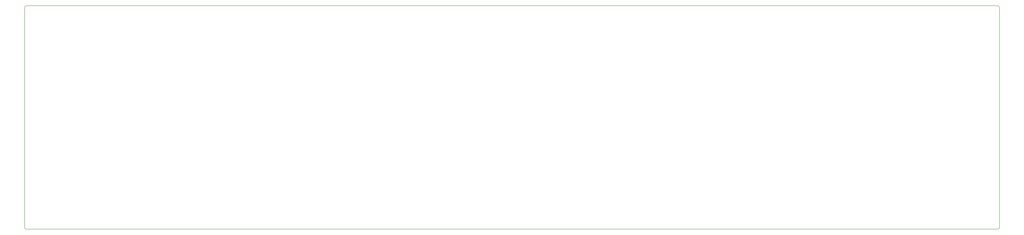
<source format=gm1>
G04 #@! TF.GenerationSoftware,KiCad,Pcbnew,(5.1.6)-1*
G04 #@! TF.CreationDate,2020-07-09T12:41:54-04:00*
G04 #@! TF.ProjectId,railroad-keyboard-pcb-only,7261696c-726f-4616-942d-6b6579626f61,rev?*
G04 #@! TF.SameCoordinates,Original*
G04 #@! TF.FileFunction,Profile,NP*
%FSLAX46Y46*%
G04 Gerber Fmt 4.6, Leading zero omitted, Abs format (unit mm)*
G04 Created by KiCad (PCBNEW (5.1.6)-1) date 2020-07-09 12:41:54*
%MOMM*%
%LPD*%
G01*
G04 APERTURE LIST*
G04 #@! TA.AperFunction,Profile*
%ADD10C,0.200000*%
G04 #@! TD*
G04 APERTURE END LIST*
D10*
X448341750Y-238037500D02*
X448341750Y-339496400D01*
X666750Y-237243750D02*
X447548000Y-237243750D01*
X-120650Y-339496400D02*
X-127000Y-238037500D01*
X673100Y-340290150D02*
X447548000Y-340290150D01*
X673100Y-340290150D02*
G75*
G02*
X-120650Y-339496400I0J793750D01*
G01*
X-127000Y-238037500D02*
G75*
G02*
X666750Y-237243750I793750J0D01*
G01*
X447548000Y-237243750D02*
G75*
G02*
X448341750Y-238037500I0J-793750D01*
G01*
X448341750Y-339496400D02*
G75*
G02*
X447548000Y-340290150I-793750J0D01*
G01*
M02*

</source>
